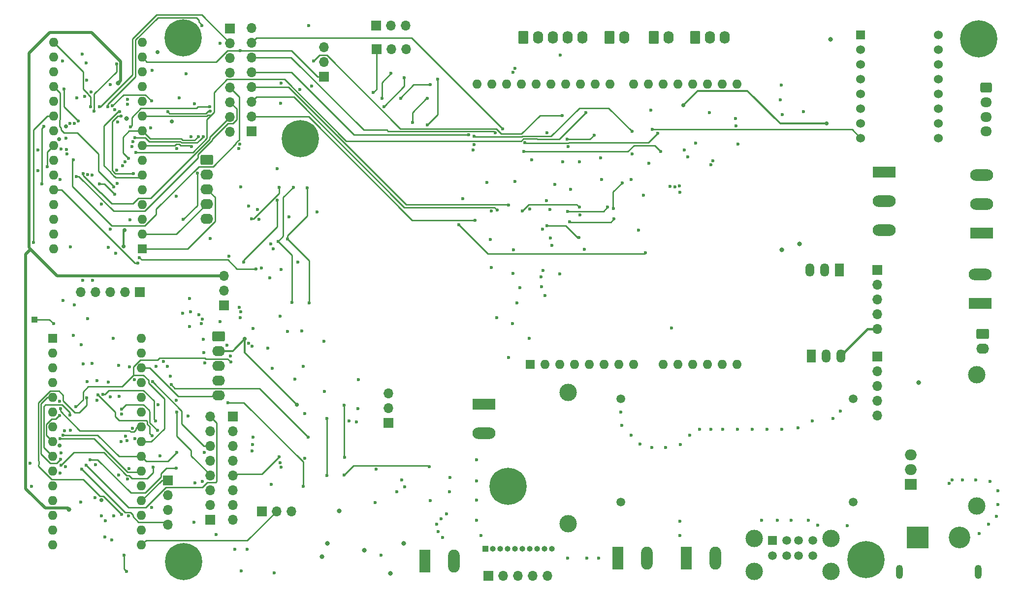
<source format=gbr>
%TF.GenerationSoftware,KiCad,Pcbnew,(6.0.0)*%
%TF.CreationDate,2022-05-16T13:53:17+01:00*%
%TF.ProjectId,RemoteLabs_supervisor_PCB,52656d6f-7465-44c6-9162-735f73757065,rev?*%
%TF.SameCoordinates,Original*%
%TF.FileFunction,Copper,L3,Inr*%
%TF.FilePolarity,Positive*%
%FSLAX46Y46*%
G04 Gerber Fmt 4.6, Leading zero omitted, Abs format (unit mm)*
G04 Created by KiCad (PCBNEW (6.0.0)) date 2022-05-16 13:53:17*
%MOMM*%
%LPD*%
G01*
G04 APERTURE LIST*
G04 Aperture macros list*
%AMRoundRect*
0 Rectangle with rounded corners*
0 $1 Rounding radius*
0 $2 $3 $4 $5 $6 $7 $8 $9 X,Y pos of 4 corners*
0 Add a 4 corners polygon primitive as box body*
4,1,4,$2,$3,$4,$5,$6,$7,$8,$9,$2,$3,0*
0 Add four circle primitives for the rounded corners*
1,1,$1+$1,$2,$3*
1,1,$1+$1,$4,$5*
1,1,$1+$1,$6,$7*
1,1,$1+$1,$8,$9*
0 Add four rect primitives between the rounded corners*
20,1,$1+$1,$2,$3,$4,$5,0*
20,1,$1+$1,$4,$5,$6,$7,0*
20,1,$1+$1,$6,$7,$8,$9,0*
20,1,$1+$1,$8,$9,$2,$3,0*%
G04 Aperture macros list end*
%TA.AperFunction,ComponentPad*%
%ADD10R,1.700000X1.700000*%
%TD*%
%TA.AperFunction,ComponentPad*%
%ADD11O,1.700000X1.700000*%
%TD*%
%TA.AperFunction,ComponentPad*%
%ADD12RoundRect,0.250000X-0.725000X0.600000X-0.725000X-0.600000X0.725000X-0.600000X0.725000X0.600000X0*%
%TD*%
%TA.AperFunction,ComponentPad*%
%ADD13O,1.950000X1.700000*%
%TD*%
%TA.AperFunction,ComponentPad*%
%ADD14C,3.000000*%
%TD*%
%TA.AperFunction,ComponentPad*%
%ADD15R,1.980000X3.960000*%
%TD*%
%TA.AperFunction,ComponentPad*%
%ADD16O,1.980000X3.960000*%
%TD*%
%TA.AperFunction,ComponentPad*%
%ADD17R,3.960000X1.980000*%
%TD*%
%TA.AperFunction,ComponentPad*%
%ADD18O,3.960000X1.980000*%
%TD*%
%TA.AperFunction,ComponentPad*%
%ADD19RoundRect,0.250000X-0.620000X-0.845000X0.620000X-0.845000X0.620000X0.845000X-0.620000X0.845000X0*%
%TD*%
%TA.AperFunction,ComponentPad*%
%ADD20O,1.740000X2.190000*%
%TD*%
%TA.AperFunction,ComponentPad*%
%ADD21R,1.500000X2.300000*%
%TD*%
%TA.AperFunction,ComponentPad*%
%ADD22O,1.500000X2.300000*%
%TD*%
%TA.AperFunction,ComponentPad*%
%ADD23R,1.000000X1.000000*%
%TD*%
%TA.AperFunction,ComponentPad*%
%ADD24O,1.000000X1.000000*%
%TD*%
%TA.AperFunction,ComponentPad*%
%ADD25RoundRect,0.250000X-0.845000X0.620000X-0.845000X-0.620000X0.845000X-0.620000X0.845000X0.620000X0*%
%TD*%
%TA.AperFunction,ComponentPad*%
%ADD26O,2.190000X1.740000*%
%TD*%
%TA.AperFunction,ComponentPad*%
%ADD27C,0.800000*%
%TD*%
%TA.AperFunction,ComponentPad*%
%ADD28C,6.400000*%
%TD*%
%TA.AperFunction,ComponentPad*%
%ADD29C,1.500000*%
%TD*%
%TA.AperFunction,ComponentPad*%
%ADD30R,1.600000X1.600000*%
%TD*%
%TA.AperFunction,ComponentPad*%
%ADD31O,1.600000X1.600000*%
%TD*%
%TA.AperFunction,ComponentPad*%
%ADD32C,3.716000*%
%TD*%
%TA.AperFunction,ComponentPad*%
%ADD33R,3.716000X3.716000*%
%TD*%
%TA.AperFunction,ComponentPad*%
%ADD34O,1.200000X2.400000*%
%TD*%
%TA.AperFunction,ComponentPad*%
%ADD35R,2.000000X1.905000*%
%TD*%
%TA.AperFunction,ComponentPad*%
%ADD36O,2.000000X1.905000*%
%TD*%
%TA.AperFunction,ComponentPad*%
%ADD37R,1.500000X1.500000*%
%TD*%
%TA.AperFunction,ComponentPad*%
%ADD38R,1.524000X1.524000*%
%TD*%
%TA.AperFunction,ComponentPad*%
%ADD39C,1.524000*%
%TD*%
%TA.AperFunction,ViaPad*%
%ADD40C,0.600000*%
%TD*%
%TA.AperFunction,ViaPad*%
%ADD41C,0.700000*%
%TD*%
%TA.AperFunction,ViaPad*%
%ADD42C,0.800000*%
%TD*%
%TA.AperFunction,Conductor*%
%ADD43C,0.300000*%
%TD*%
%TA.AperFunction,Conductor*%
%ADD44C,0.250000*%
%TD*%
%TA.AperFunction,Conductor*%
%ADD45C,0.400000*%
%TD*%
%TA.AperFunction,Conductor*%
%ADD46C,0.500000*%
%TD*%
G04 APERTURE END LIST*
D10*
%TO.N,SERVO_1*%
%TO.C,J20*%
X110439200Y-24942800D03*
D11*
%TO.N,5V_DC_SERVO*%
X112979200Y-24942800D03*
%TO.N,GNDD*%
X115519200Y-24942800D03*
%TD*%
D12*
%TO.N,Net-(A4-Pad14)*%
%TO.C,J19*%
X215392000Y-35690800D03*
D13*
%TO.N,Net-(A4-Pad13)*%
X215392000Y-38190800D03*
%TO.N,Net-(A4-Pad12)*%
X215392000Y-40690800D03*
%TO.N,Net-(A4-Pad11)*%
X215392000Y-43190800D03*
%TD*%
D14*
%TO.N,12V_DC_BUS*%
%TO.C,F2*%
X143510000Y-88138000D03*
%TO.N,/DC Motor Controller/HC*%
X143510000Y-110738000D03*
%TD*%
D15*
%TO.N,GNDPWR*%
%TO.C,J31*%
X152044400Y-116636800D03*
D16*
%TO.N,5V_DC_RPI*%
X157044400Y-116636800D03*
%TD*%
D17*
%TO.N,/DC Motor Controller/HC3*%
%TO.C,J17*%
X197805200Y-50178600D03*
D18*
%TO.N,/DC Motor Controller/HC2*%
X197805200Y-55178600D03*
%TO.N,/DC Motor Controller/HC1*%
X197805200Y-60178600D03*
%TD*%
D10*
%TO.N,/Supervisor MCU/MOSI*%
%TO.C,J15*%
X101498400Y-33782000D03*
D11*
%TO.N,/Supervisor MCU/SCK*%
X101498400Y-31242000D03*
%TO.N,/Supervisor MCU/LATCH*%
X101498400Y-28702000D03*
%TD*%
D19*
%TO.N,/Digital Sensor Buffers/D_IN_B*%
%TO.C,J24*%
X158242000Y-27025600D03*
D20*
%TO.N,GNDD*%
X160782000Y-27025600D03*
%TD*%
D21*
%TO.N,12V_DC_BUS*%
%TO.C,U18*%
X190144400Y-67056000D03*
D22*
%TO.N,GND_PB*%
X187604400Y-67056000D03*
%TO.N,5V_DC_SERVO*%
X185064400Y-67056000D03*
%TD*%
D10*
%TO.N,/Student MCU/SPARE_0*%
%TO.C,J9*%
X74625200Y-103286400D03*
D11*
%TO.N,/Student MCU/SPARE_1*%
X74625200Y-105826400D03*
%TO.N,/Student MCU/SPARE_2*%
X74625200Y-108366400D03*
%TO.N,/Student MCU/SPARE_3*%
X74625200Y-110906400D03*
%TD*%
D19*
%TO.N,/Digital Sensor Buffers/D_IN_A*%
%TO.C,J23*%
X150622000Y-26994800D03*
D20*
%TO.N,GNDD*%
X153162000Y-26994800D03*
%TD*%
D10*
%TO.N,/Output Logic/SUPERVISOR_MOTOR_EN*%
%TO.C,J14*%
X89001600Y-43180000D03*
D11*
%TO.N,/Output Logic/MCU_MOTOR_SELECT*%
X89001600Y-40640000D03*
%TO.N,/Output Logic/MCU_STEP_SELECT*%
X89001600Y-38100000D03*
%TO.N,/Output Logic/MCU_PIXEL_SELECT*%
X89001600Y-35560000D03*
%TO.N,/Output Logic/SUPERVISOR_DIRECTION*%
X89001600Y-33020000D03*
%TO.N,/Output Logic/SUPERVISOR_STEP_EN*%
X89001600Y-30480000D03*
%TO.N,/Output Logic/SUPERVISOR_STEP_RST*%
X89001600Y-27940000D03*
%TO.N,/Supervisor MCU/SHIFT_REG_7*%
X89001600Y-25400000D03*
%TD*%
D15*
%TO.N,GNDPWR*%
%TO.C,J30*%
X163830000Y-116636800D03*
D16*
%TO.N,12V_DC_BUS*%
X168830000Y-116636800D03*
%TD*%
D23*
%TO.N,GNDPWR*%
%TO.C,J32*%
X129250600Y-115062000D03*
D24*
X130520600Y-115062000D03*
X131790600Y-115062000D03*
X133060600Y-115062000D03*
X134330600Y-115062000D03*
X135600600Y-115062000D03*
X136870600Y-115062000D03*
X138140600Y-115062000D03*
X139410600Y-115062000D03*
X140680600Y-115062000D03*
%TD*%
D25*
%TO.N,GNDD*%
%TO.C,J26*%
X83362800Y-78486000D03*
D26*
%TO.N,3V3_DC_MCU*%
X83362800Y-81026000D03*
%TO.N,/Student MCU/PROG_TX*%
X83362800Y-83566000D03*
%TO.N,/Student MCU/PROG_RX*%
X83362800Y-86106000D03*
%TO.N,/Student MCU/MCU_RESET*%
X83362800Y-88646000D03*
%TD*%
D10*
%TO.N,5V_DC_RPI*%
%TO.C,J29*%
X84328000Y-73137000D03*
D11*
%TO.N,/Power Input & Distribution/5_to_3v3_reg*%
X84328000Y-70597000D03*
%TO.N,USB_BUS*%
X84328000Y-68057000D03*
%TD*%
D15*
%TO.N,Net-(J22-Pad1)*%
%TO.C,J22*%
X118872000Y-117195600D03*
D16*
%TO.N,Net-(J22-Pad2)*%
X123872000Y-117195600D03*
%TD*%
D27*
%TO.N,N/C*%
%TO.C,H5*%
X131449744Y-105989456D03*
X131449744Y-102595344D03*
X134843856Y-102595344D03*
X133146800Y-106692400D03*
D28*
X133146800Y-104292400D03*
D27*
X130746800Y-104292400D03*
X134843856Y-105989456D03*
X135546800Y-104292400D03*
X133146800Y-101892400D03*
%TD*%
D10*
%TO.N,SERVO_2*%
%TO.C,J21*%
X110540800Y-29057600D03*
D11*
%TO.N,5V_DC_SERVO*%
X113080800Y-29057600D03*
%TO.N,GNDD*%
X115620800Y-29057600D03*
%TD*%
D29*
%TO.N,GNDPWR*%
%TO.C,A5*%
X192506600Y-89204800D03*
%TO.N,12V_DC_BUS*%
X192506600Y-106984800D03*
%TO.N,GNDPWR*%
X152501600Y-89204800D03*
%TO.N,5V_DC_RPI*%
X152501600Y-106984800D03*
%TD*%
D19*
%TO.N,5V_DC_LED*%
%TO.C,J2*%
X165303200Y-27025600D03*
D20*
%TO.N,Net-(J2-Pad2)*%
X167843200Y-27025600D03*
%TO.N,GNDD*%
X170383200Y-27025600D03*
%TD*%
D14*
%TO.N,/Power Input & Distribution/12V_DC*%
%TO.C,F1*%
X213715600Y-107696000D03*
%TO.N,/Power Input & Distribution/12V*%
X213715600Y-85096000D03*
%TD*%
D10*
%TO.N,/Output Logic/STUDENT_MOTOR_EN*%
%TO.C,J10*%
X85852000Y-92303600D03*
D11*
%TO.N,/Student MCU/SHIFT_1*%
X85852000Y-94843600D03*
%TO.N,/Student MCU/SHIFT_2*%
X85852000Y-97383600D03*
%TO.N,/Student MCU/SHIFT_3*%
X85852000Y-99923600D03*
%TO.N,/Output Logic/STUDENT_DIRECTION*%
X85852000Y-102463600D03*
%TO.N,/Output Logic/STUDENT_STEP_EN*%
X85852000Y-105003600D03*
%TO.N,/Output Logic/STUDENT_STEP_RST*%
X85852000Y-107543600D03*
%TO.N,/Student MCU/SHIFT_7*%
X85852000Y-110083600D03*
%TD*%
D27*
%TO.N,N/C*%
%TO.C,H1*%
X78963856Y-25430144D03*
X79666800Y-27127200D03*
X78963856Y-28824256D03*
X74866800Y-27127200D03*
X77266800Y-24727200D03*
X77266800Y-29527200D03*
D28*
X77266800Y-27127200D03*
D27*
X75569744Y-25430144D03*
X75569744Y-28824256D03*
%TD*%
D17*
%TO.N,/DC Motor Controller/HC*%
%TO.C,J16*%
X128981200Y-90148200D03*
D18*
%TO.N,GNDPWR*%
X128981200Y-95148200D03*
%TD*%
D17*
%TO.N,/DC Motor Controller/HC1*%
%TO.C,J18*%
X214579200Y-60706000D03*
D18*
%TO.N,/DC Motor Controller/HC2*%
X214579200Y-55706000D03*
%TO.N,/DC Motor Controller/HC3*%
X214579200Y-50706000D03*
%TD*%
D10*
%TO.N,12V_DC_BUS*%
%TO.C,J33*%
X196646800Y-81991200D03*
D11*
X196646800Y-84531200D03*
X196646800Y-87071200D03*
X196646800Y-89611200D03*
X196646800Y-92151200D03*
%TD*%
D27*
%TO.N,N/C*%
%TO.C,H2*%
X79065456Y-115549344D03*
X79768400Y-117246400D03*
X77368400Y-119646400D03*
X77368400Y-114846400D03*
X79065456Y-118943456D03*
X75671344Y-115549344D03*
X74968400Y-117246400D03*
D28*
X77368400Y-117246400D03*
D27*
X75671344Y-118943456D03*
%TD*%
D30*
%TO.N,/Supervisor MCU/PROG_TX*%
%TO.C,A2*%
X70231000Y-63432923D03*
D31*
%TO.N,/Supervisor MCU/PROG_RX*%
X70231000Y-60892923D03*
%TO.N,/Supervisor MCU/MCU_RESET*%
X70231000Y-58352923D03*
%TO.N,GNDD*%
X70231000Y-55812923D03*
%TO.N,/Digital Sensor Buffers/D_OUT_E1*%
X70231000Y-53272923D03*
%TO.N,/Digital Sensor Buffers/D_OUT_C1*%
X70231000Y-50732923D03*
%TO.N,/Digital Sensor Buffers/D_OUT_D1*%
X70231000Y-48192923D03*
%TO.N,/Output Logic/SUPERVISOR_PIXEL_DATA*%
X70231000Y-45652923D03*
%TO.N,/Output Logic/SUPERVISOR_STEP*%
X70231000Y-43112923D03*
%TO.N,/Output Logic/MOTOR_DIR_B*%
X70231000Y-40572923D03*
%TO.N,/Supervisor MCU/LATCH*%
X70231000Y-38032923D03*
%TO.N,SERVO_1*%
X70231000Y-35492923D03*
%TO.N,/Output Logic/SUPERVISOR_MOTOR_PWM*%
X70231000Y-32952923D03*
%TO.N,/Supervisor MCU/MOSI*%
X70231000Y-30412923D03*
%TO.N,/Output Logic/MOTOR_DIR_A*%
X70231000Y-27872923D03*
%TO.N,/Supervisor MCU/SCK*%
X54991000Y-27872923D03*
%TO.N,3V3_DC_MCU*%
X54991000Y-30412923D03*
%TO.N,unconnected-(A2-Pad18)*%
X54991000Y-32952923D03*
%TO.N,/Supervisor MCU/STDNT_DC_M_DIR_2*%
X54991000Y-35492923D03*
%TO.N,/Supervisor MCU/STDNT_DC_M_DIR_1*%
X54991000Y-38032923D03*
%TO.N,/Supervisor MCU/STDNT_SRVO_RX_1*%
X54991000Y-40572923D03*
%TO.N,/Analog Sensor Buffers/A_OUT_C1*%
X54991000Y-43112923D03*
%TO.N,/Digital Sensor Buffers/D_OUT_A1*%
X54991000Y-45652923D03*
%TO.N,/Digital Sensor Buffers/D_OUT_F1*%
X54991000Y-48192923D03*
%TO.N,/Analog Sensor Buffers/A_OUT_B1*%
X54991000Y-50732923D03*
%TO.N,/Analog Sensor Buffers/A_OUT_A1*%
X54991000Y-53272923D03*
%TO.N,unconnected-(A2-Pad27)*%
X54991000Y-55812923D03*
%TO.N,/Supervisor MCU/MCU_RESET*%
X54991000Y-58352923D03*
%TO.N,GNDD*%
X54991000Y-60892923D03*
%TO.N,unconnected-(A2-Pad30)*%
X54991000Y-63432923D03*
%TD*%
D10*
%TO.N,3V3_DC_MCU*%
%TO.C,J36*%
X69850000Y-70866000D03*
D11*
X67310000Y-70866000D03*
X64770000Y-70866000D03*
X62230000Y-70866000D03*
X59690000Y-70866000D03*
%TD*%
D23*
%TO.N,Net-(J28-Pad1)*%
%TO.C,J28*%
X51714400Y-75590400D03*
%TD*%
D21*
%TO.N,12V_DC_BUS*%
%TO.C,U1*%
X185318400Y-81838800D03*
D22*
%TO.N,GND_PB*%
X187858400Y-81838800D03*
%TO.N,5V_DC_LED*%
X190398400Y-81838800D03*
%TD*%
D32*
%TO.N,GNDPWR*%
%TO.C,J3*%
X210820000Y-113080800D03*
D33*
%TO.N,/Power Input & Distribution/12V_DC*%
X203620000Y-113080800D03*
D34*
%TO.N,unconnected-(J3-PadS1)*%
X200470000Y-119080800D03*
%TO.N,unconnected-(J3-PadS2)*%
X213970000Y-119080800D03*
%TD*%
D25*
%TO.N,GNDD*%
%TO.C,J1*%
X81330800Y-48056800D03*
D26*
%TO.N,3V3_DC_MCU*%
X81330800Y-50596800D03*
%TO.N,/Supervisor MCU/PROG_TX*%
X81330800Y-53136800D03*
%TO.N,/Supervisor MCU/PROG_RX*%
X81330800Y-55676800D03*
%TO.N,/Supervisor MCU/MCU_RESET*%
X81330800Y-58216800D03*
%TD*%
D30*
%TO.N,/Student MCU/PROG_TX*%
%TO.C,A1*%
X54856000Y-78868500D03*
D31*
%TO.N,/Student MCU/PROG_RX*%
X54856000Y-81408500D03*
%TO.N,/Student MCU/MCU_RESET*%
X54856000Y-83948500D03*
%TO.N,GNDD*%
X54856000Y-86488500D03*
%TO.N,OE_B*%
X54856000Y-89028500D03*
%TO.N,OE_A*%
X54856000Y-91568500D03*
%TO.N,OE_IDX*%
X54856000Y-94108500D03*
%TO.N,/Output Logic/STUDENT_PIXEL_DATA*%
X54856000Y-96648500D03*
%TO.N,/Output Logic/STUDENT_STEP*%
X54856000Y-99188500D03*
%TO.N,/Student MCU/DC_MOTOR_DIR2*%
X54856000Y-101728500D03*
%TO.N,/Student MCU/LATCH*%
X54856000Y-104268500D03*
%TO.N,/Student MCU/SERVO_1*%
X54856000Y-106808500D03*
%TO.N,/Output Logic/STUDENT_MOTOR_PWM*%
X54856000Y-109348500D03*
%TO.N,/Student MCU/MOSI*%
X54856000Y-111888500D03*
%TO.N,/Student MCU/DC_MOTOR_DIR1*%
X54856000Y-114428500D03*
%TO.N,/Student MCU/SCK*%
X70096000Y-114428500D03*
%TO.N,3V3_DC_MCU*%
X70096000Y-111888500D03*
%TO.N,unconnected-(A1-Pad18)*%
X70096000Y-109348500D03*
%TO.N,/Student MCU/SPARE_0*%
X70096000Y-106808500D03*
%TO.N,/Student MCU/SPARE_1*%
X70096000Y-104268500D03*
%TO.N,/Student MCU/SPARE_2*%
X70096000Y-101728500D03*
%TO.N,/Analog Sensor Buffers/A_OUT_C2*%
X70096000Y-99188500D03*
%TO.N,LIMIT_1*%
X70096000Y-96648500D03*
%TO.N,STU_STP_FLT*%
X70096000Y-94108500D03*
%TO.N,/Analog Sensor Buffers/A_OUT_B2*%
X70096000Y-91568500D03*
%TO.N,/Analog Sensor Buffers/A_OUT_A2*%
X70096000Y-89028500D03*
%TO.N,unconnected-(A1-Pad27)*%
X70096000Y-86488500D03*
%TO.N,/Student MCU/MCU_RESET*%
X70096000Y-83948500D03*
%TO.N,GNDD*%
X70096000Y-81408500D03*
%TO.N,unconnected-(A1-Pad30)*%
X70096000Y-78868500D03*
%TD*%
D30*
%TO.N,unconnected-(A3-Pad1)*%
%TO.C,A3*%
X136956800Y-83309520D03*
D31*
%TO.N,unconnected-(A3-Pad2)*%
X139496800Y-83309520D03*
%TO.N,unconnected-(A3-Pad3)*%
X142036800Y-83309520D03*
%TO.N,unconnected-(A3-Pad4)*%
X144576800Y-83309520D03*
%TO.N,unconnected-(A3-Pad5)*%
X147116800Y-83309520D03*
%TO.N,GNDD*%
X149656800Y-83309520D03*
X152196800Y-83309520D03*
%TO.N,unconnected-(A3-Pad8)*%
X154736800Y-83309520D03*
%TO.N,M_I_SENSE_1*%
X159816800Y-83309520D03*
%TO.N,M_I_SENSE_2*%
X162356800Y-83309520D03*
%TO.N,unconnected-(A3-Pad11)*%
X164896800Y-83309520D03*
%TO.N,unconnected-(A3-Pad12)*%
X167436800Y-83309520D03*
%TO.N,unconnected-(A3-Pad13)*%
X169976800Y-83309520D03*
%TO.N,unconnected-(A3-Pad14)*%
X172516800Y-83309520D03*
%TO.N,unconnected-(A3-Pad15)*%
X172516800Y-35049520D03*
%TO.N,unconnected-(A3-Pad16)*%
X169976800Y-35049520D03*
%TO.N,unconnected-(A3-Pad17)*%
X167436800Y-35049520D03*
%TO.N,/DC Motor Controller/IN_1*%
X164896800Y-35049520D03*
%TO.N,unconnected-(A3-Pad19)*%
X162356800Y-35049520D03*
%TO.N,unconnected-(A3-Pad20)*%
X159816800Y-35049520D03*
%TO.N,unconnected-(A3-Pad21)*%
X157276800Y-35049520D03*
%TO.N,unconnected-(A3-Pad22)*%
X154736800Y-35049520D03*
%TO.N,unconnected-(A3-Pad23)*%
X150676800Y-35049520D03*
%TO.N,unconnected-(A3-Pad24)*%
X148136800Y-35049520D03*
%TO.N,unconnected-(A3-Pad25)*%
X145596800Y-35049520D03*
%TO.N,/DC Motor Controller/IN_2*%
X143056800Y-35049520D03*
%TO.N,/DC Motor Controller/ENABLE*%
X140516800Y-35049520D03*
X137976800Y-35049520D03*
%TO.N,GNDD*%
X135436800Y-35049520D03*
%TO.N,unconnected-(A3-Pad30)*%
X132896800Y-35049520D03*
%TO.N,unconnected-(A3-Pad31)*%
X130356800Y-35049520D03*
%TO.N,unconnected-(A3-Pad32)*%
X127816800Y-35049520D03*
%TD*%
D35*
%TO.N,/Power Input & Distribution/01*%
%TO.C,Q1*%
X202438000Y-103936800D03*
D36*
%TO.N,/Power Input & Distribution/12V*%
X202438000Y-101396800D03*
%TO.N,12V_DC_BUS*%
X202438000Y-98856800D03*
%TD*%
D19*
%TO.N,GNDD*%
%TO.C,J25*%
X135788400Y-27025600D03*
D20*
%TO.N,/Digital Sensor Buffers/D_IN_E*%
X138328400Y-27025600D03*
%TO.N,/Digital Sensor Buffers/D_IN_D*%
X140868400Y-27025600D03*
%TO.N,/Digital Sensor Buffers/D_IN_C*%
X143408400Y-27025600D03*
%TO.N,3V3_DC_MCU*%
X145948400Y-27025600D03*
%TD*%
D10*
%TO.N,Net-(J27-Pad1)*%
%TO.C,J27*%
X112572800Y-93355400D03*
D11*
%TO.N,A_BUFFER_OUT_A*%
X112572800Y-90815400D03*
%TO.N,A_BUFFER_OUT_B*%
X112572800Y-88275400D03*
%TD*%
D10*
%TO.N,/Student MCU/MOSI*%
%TO.C,J11*%
X90779600Y-108610400D03*
D11*
%TO.N,/Student MCU/SCK*%
X93319600Y-108610400D03*
%TO.N,/Student MCU/LATCH*%
X95859600Y-108610400D03*
%TD*%
D10*
%TO.N,Net-(J8-Pad1)*%
%TO.C,J8*%
X81889600Y-110032800D03*
D11*
%TO.N,Net-(J8-Pad2)*%
X81889600Y-107492800D03*
%TO.N,Net-(J8-Pad3)*%
X81889600Y-104952800D03*
%TO.N,Net-(J8-Pad4)*%
X81889600Y-102412800D03*
%TO.N,Net-(J8-Pad5)*%
X81889600Y-99872800D03*
%TO.N,Net-(J8-Pad6)*%
X81889600Y-97332800D03*
%TO.N,Net-(J8-Pad7)*%
X81889600Y-94792800D03*
%TO.N,/Student MCU/MODE_2*%
X81889600Y-92252800D03*
%TD*%
D27*
%TO.N,N/C*%
%TO.C,H6*%
X196362656Y-118638656D03*
X192968544Y-118638656D03*
X196362656Y-115244544D03*
D28*
X194665600Y-116941600D03*
D27*
X194665600Y-114541600D03*
X197065600Y-116941600D03*
X192265600Y-116941600D03*
X192968544Y-115244544D03*
X194665600Y-119341600D03*
%TD*%
%TO.N,N/C*%
%TO.C,H3*%
X215819056Y-28976656D03*
X216522000Y-27279600D03*
D28*
X214122000Y-27279600D03*
D27*
X215819056Y-25582544D03*
X212424944Y-25582544D03*
X214122000Y-29679600D03*
X212424944Y-28976656D03*
X214122000Y-24879600D03*
X211722000Y-27279600D03*
%TD*%
D10*
%TO.N,5V_DC_LED*%
%TO.C,J34*%
X196646800Y-67061000D03*
D11*
X196646800Y-69601000D03*
X196646800Y-72141000D03*
X196646800Y-74681000D03*
X196646800Y-77221000D03*
%TD*%
D10*
%TO.N,5V_DC_RPI*%
%TO.C,J35*%
X129748200Y-119735600D03*
D11*
X132288200Y-119735600D03*
X134828200Y-119735600D03*
X137368200Y-119735600D03*
X139908200Y-119735600D03*
%TD*%
D25*
%TO.N,GNDPWR*%
%TO.C,J4*%
X214731600Y-78079600D03*
D26*
%TO.N,12V_DC_BUS*%
X214731600Y-80619600D03*
%TD*%
D37*
%TO.N,5V_DC_RPI*%
%TO.C,J5*%
X178584000Y-113643600D03*
D29*
%TO.N,unconnected-(J5-Pad2)*%
X181084000Y-113643600D03*
%TO.N,unconnected-(J5-Pad3)*%
X183084000Y-113643600D03*
%TO.N,GNDPWR*%
X185584000Y-113643600D03*
%TO.N,5V_DC_RPI*%
X178584000Y-116263600D03*
%TO.N,unconnected-(J5-Pad6)*%
X181084000Y-116263600D03*
%TO.N,unconnected-(J5-Pad7)*%
X183084000Y-116263600D03*
%TO.N,GNDPWR*%
X185584000Y-116263600D03*
D14*
X188654000Y-118973600D03*
X188654000Y-113293600D03*
X175514000Y-118973600D03*
X175514000Y-113293600D03*
%TD*%
D17*
%TO.N,GNDPWR*%
%TO.C,J6*%
X214376000Y-72847200D03*
D18*
%TO.N,5V_DC_LED*%
X214376000Y-67847200D03*
%TD*%
D27*
%TO.N,N/C*%
%TO.C,H4*%
X99783600Y-44450000D03*
X97383600Y-42050000D03*
X99080656Y-42752944D03*
X97383600Y-46850000D03*
D28*
X97383600Y-44450000D03*
D27*
X99080656Y-46147056D03*
X95686544Y-42752944D03*
X95686544Y-46147056D03*
X94983600Y-44450000D03*
%TD*%
D10*
%TO.N,Net-(J12-Pad1)*%
%TO.C,J12*%
X85293200Y-25450800D03*
D11*
%TO.N,Net-(J12-Pad2)*%
X85293200Y-27990800D03*
%TO.N,Net-(J12-Pad3)*%
X85293200Y-30530800D03*
%TO.N,Net-(J12-Pad4)*%
X85293200Y-33070800D03*
%TO.N,Net-(J12-Pad5)*%
X85293200Y-35610800D03*
%TO.N,Net-(J12-Pad6)*%
X85293200Y-38150800D03*
%TO.N,SERVO_2*%
X85293200Y-40690800D03*
%TO.N,MODE_2*%
X85293200Y-43230800D03*
%TD*%
D38*
%TO.N,/Output Logic/STEP_EN_OUT*%
%TO.C,A4*%
X193802000Y-26568400D03*
D39*
%TO.N,MODE_0*%
X193802000Y-29108400D03*
%TO.N,MODE_1*%
X193802000Y-31648400D03*
%TO.N,MODE_2*%
X193802000Y-34188400D03*
%TO.N,/Output Logic/STEP_RST_OUT*%
X193802000Y-36728400D03*
%TO.N,3V3_DC_MCU*%
X193802000Y-39268400D03*
%TO.N,/Output Logic/STEPP_STEP_OUT*%
X193802000Y-41808400D03*
%TO.N,/Output Logic/DIRECTION_OUT*%
X193802000Y-44348400D03*
%TO.N,GNDPWR*%
X207137000Y-44348400D03*
%TO.N,STPPR_FAULT*%
X207137000Y-41808400D03*
%TO.N,Net-(A4-Pad11)*%
X207137000Y-39268400D03*
%TO.N,Net-(A4-Pad12)*%
X207137000Y-36728400D03*
%TO.N,Net-(A4-Pad13)*%
X207137000Y-34188400D03*
%TO.N,Net-(A4-Pad14)*%
X207137000Y-31648400D03*
%TO.N,GNDPWR*%
X207137000Y-29108400D03*
%TO.N,12V_DC_BUS*%
X207137000Y-26568400D03*
%TD*%
D40*
%TO.N,/Student MCU/PROG_TX*%
X68537670Y-94299700D03*
X78130400Y-92172199D03*
D41*
%TO.N,3V3_DC_MCU*%
X67056000Y-62992000D03*
X56054438Y-97268907D03*
X87884000Y-78943200D03*
X72898000Y-29565600D03*
X163322000Y-38658800D03*
X67157600Y-60198000D03*
D42*
X67564000Y-40944800D03*
D41*
X63195200Y-106699400D03*
D42*
X102108000Y-114096800D03*
X108407200Y-115316000D03*
D41*
X187909200Y-41859200D03*
X96824800Y-90220800D03*
X55903333Y-44579067D03*
X75285600Y-41503600D03*
X57099200Y-42367200D03*
D40*
%TO.N,/Student MCU/PROG_RX*%
X72927004Y-90273158D03*
%TO.N,/Student MCU/MCU_RESET*%
X71831200Y-107950000D03*
X86156800Y-115112800D03*
X88290400Y-115163600D03*
X79095600Y-110490000D03*
%TO.N,/Student MCU/SPARE_0*%
X66676365Y-109139547D03*
X60706000Y-89103200D03*
%TO.N,/Student MCU/SPARE_1*%
X62653751Y-88572730D03*
X71932800Y-95605600D03*
%TO.N,OE_B*%
X79959200Y-74777600D03*
X56184800Y-99618800D03*
X78536800Y-74218800D03*
X86918800Y-73507600D03*
%TO.N,/Student MCU/SPARE_2*%
X56095358Y-96114454D03*
%TO.N,OE_A*%
X80363041Y-76304159D03*
X78333600Y-76809600D03*
X57059524Y-100960600D03*
X60870111Y-75477089D03*
X97891600Y-83667600D03*
%TO.N,/Analog Sensor Buffers/A_OUT_C2*%
X76200000Y-98450400D03*
X80873600Y-98450400D03*
X82956400Y-112623600D03*
X110286800Y-107137200D03*
X56575631Y-95475282D03*
%TO.N,OE_IDX*%
X87121841Y-75285759D03*
X73843211Y-82823989D03*
X64373452Y-86380581D03*
X80721200Y-78994000D03*
X83616800Y-75946000D03*
%TO.N,LIMIT_1*%
X85478451Y-82923813D03*
X92608400Y-84023200D03*
X58841300Y-90626409D03*
%TO.N,/Output Logic/STUDENT_PIXEL_DATA*%
X74544814Y-83688814D03*
X72586080Y-83688814D03*
X142046590Y-67726190D03*
X80846134Y-81252534D03*
X146262989Y-63485100D03*
X88555927Y-79638456D03*
X56036644Y-92124221D03*
X84837934Y-80009808D03*
%TO.N,STU_STP_FLT*%
X77216000Y-74523600D03*
X87172800Y-74269600D03*
X80568800Y-75488800D03*
X56157557Y-90897752D03*
%TO.N,/Output Logic/STUDENT_STEP*%
X85381951Y-81878700D03*
X75102389Y-85363989D03*
X80975200Y-83058000D03*
X68884800Y-85953600D03*
X57797258Y-92067762D03*
X89132805Y-80192005D03*
%TO.N,/Analog Sensor Buffers/A_OUT_B2*%
X84988400Y-89916000D03*
X56872629Y-94732991D03*
X97891600Y-104343200D03*
%TO.N,/Student MCU/DC_MOTOR_DIR2*%
X59978800Y-68868800D03*
X58515489Y-73095089D03*
%TO.N,/Analog Sensor Buffers/A_OUT_A2*%
X62484000Y-89509600D03*
X75234800Y-86817200D03*
X98770100Y-95836367D03*
%TO.N,/Student MCU/LATCH*%
X89255600Y-95859600D03*
%TO.N,/Student MCU/SERVO_1*%
X51206400Y-104343200D03*
%TO.N,/Output Logic/STUDENT_MOTOR_PWM*%
X139741905Y-55138980D03*
%TO.N,/Student MCU/MOSI*%
X89204800Y-97129600D03*
%TO.N,/Student MCU/DC_MOTOR_DIR1*%
X61719567Y-68806500D03*
%TO.N,/Student MCU/SCK*%
X62155257Y-106242610D03*
X62164987Y-100625062D03*
X89103200Y-98196400D03*
%TO.N,/Supervisor MCU/PROG_TX*%
X56235600Y-46228000D03*
%TO.N,/Supervisor MCU/PROG_RX*%
X57173083Y-46317479D03*
%TO.N,/Supervisor MCU/MCU_RESET*%
X79705200Y-50393600D03*
X77283077Y-58352923D03*
X76568984Y-37437116D03*
X79197200Y-38455600D03*
%TO.N,/Supervisor MCU/STDNT_DC_M_DIR_2*%
X64359374Y-63176611D03*
X65313900Y-52745300D03*
%TO.N,/Supervisor MCU/STDNT_DC_M_DIR_1*%
X65684400Y-64211200D03*
X60835316Y-50652961D03*
X52984400Y-52273200D03*
X53315086Y-42353953D03*
%TO.N,/Digital Sensor Buffers/D_OUT_E1*%
X88560550Y-56067050D03*
X76123080Y-54331320D03*
X68681600Y-50444400D03*
X66598800Y-40589200D03*
%TO.N,/Supervisor MCU/STDNT_SRVO_RX_1*%
X51511200Y-62280800D03*
X60328267Y-37165730D03*
%TO.N,/Digital Sensor Buffers/D_OUT_C1*%
X66329898Y-39836275D03*
X94132400Y-66954400D03*
%TO.N,/Analog Sensor Buffers/A_OUT_C1*%
X61417200Y-36423600D03*
X71678800Y-42621200D03*
X107101300Y-93229069D03*
%TO.N,/Digital Sensor Buffers/D_OUT_D1*%
X90068400Y-56642000D03*
X68478400Y-45770800D03*
%TO.N,/Digital Sensor Buffers/D_OUT_A1*%
X53866489Y-49257511D03*
X66891040Y-49123821D03*
X68150266Y-58396666D03*
X89763600Y-66852800D03*
X69748400Y-64922400D03*
%TO.N,/Output Logic/SUPERVISOR_PIXEL_DATA*%
X78704101Y-45836501D03*
X141181264Y-52315936D03*
X86867647Y-46174455D03*
X145542000Y-57607200D03*
X137210800Y-48107600D03*
%TO.N,/Digital Sensor Buffers/D_OUT_F1*%
X67305022Y-48439845D03*
X56083200Y-51511200D03*
X90322400Y-58369200D03*
%TO.N,/Output Logic/SUPERVISOR_STEP*%
X127116500Y-46370611D03*
X86980500Y-45382957D03*
X67859011Y-47863389D03*
X79854154Y-44109300D03*
%TO.N,/Analog Sensor Buffers/A_OUT_B1*%
X80728763Y-44100731D03*
X68943255Y-44246830D03*
X105831590Y-93077285D03*
%TO.N,/Output Logic/MOTOR_DIR_B*%
X69102900Y-46786800D03*
X146507200Y-39928800D03*
%TO.N,/Analog Sensor Buffers/A_OUT_A1*%
X69507370Y-65845638D03*
X101549200Y-87985600D03*
X61628879Y-50750239D03*
%TO.N,/Supervisor MCU/LATCH*%
X97355641Y-35994359D03*
X67716400Y-38557200D03*
X99364800Y-35356800D03*
%TO.N,/Output Logic/SUPERVISOR_MOTOR_PWM*%
X64719200Y-35102800D03*
X56794400Y-35864800D03*
X145455819Y-48397500D03*
X59253429Y-41412023D03*
%TO.N,/Supervisor MCU/MOSI*%
X61925200Y-39674800D03*
X87071200Y-29260800D03*
X65798500Y-31543377D03*
%TO.N,/Output Logic/MOTOR_DIR_A*%
X142577070Y-48397500D03*
X67665600Y-37693600D03*
X71924678Y-32688525D03*
%TO.N,/Supervisor MCU/SCK*%
X61315121Y-38917615D03*
%TO.N,/DC Motor Controller/IN_1*%
X143510000Y-45821600D03*
%TO.N,M_I_SENSE_1*%
X123088400Y-105257600D03*
%TO.N,M_I_SENSE_2*%
X123190000Y-102768400D03*
X136804400Y-78841600D03*
X133223000Y-82118200D03*
%TO.N,/Output Logic/STEP_EN_OUT*%
X163437064Y-46422854D03*
%TO.N,MODE_0*%
X81889600Y-39725600D03*
X180136800Y-35255200D03*
X172262800Y-40944800D03*
X74602516Y-39828854D03*
X65521340Y-39494193D03*
%TO.N,MODE_1*%
X179933600Y-37795200D03*
X71831200Y-37947600D03*
X65118288Y-38803719D03*
X172339532Y-42250700D03*
%TO.N,MODE_2*%
X80518000Y-24942800D03*
X83642200Y-28067000D03*
X180340000Y-40335200D03*
X172720000Y-45415200D03*
X183946800Y-39776400D03*
X165445811Y-45253011D03*
X64322048Y-38927700D03*
%TO.N,/Output Logic/STEP_RST_OUT*%
X168351200Y-48260000D03*
%TO.N,/Output Logic/STEPP_STEP_OUT*%
X162661625Y-53690557D03*
%TO.N,/Output Logic/DIRECTION_OUT*%
X157937200Y-42875200D03*
%TO.N,STPPR_FAULT*%
X93472000Y-49631600D03*
X167992323Y-48974431D03*
X164010359Y-47627559D03*
%TO.N,GNDPWR*%
X217169750Y-109473750D03*
X154330400Y-95504000D03*
X148691600Y-116636800D03*
X177665279Y-94521121D03*
X185451689Y-93084711D03*
X172585279Y-94521121D03*
X175125279Y-94521121D03*
X127747289Y-103341911D03*
X191465200Y-111048800D03*
X189064900Y-92646500D03*
X160223200Y-97586800D03*
X183040121Y-94241721D03*
X162788600Y-97155000D03*
X155829000Y-97002600D03*
X157886400Y-97586800D03*
X162712400Y-110337600D03*
X211277200Y-103225600D03*
X217415111Y-105063289D03*
X215823550Y-110819950D03*
X152679400Y-93853000D03*
X184759600Y-110185200D03*
X127747289Y-99735111D03*
X127747289Y-106643911D03*
X217415111Y-107450889D03*
X128473200Y-112776000D03*
X181864000Y-110185200D03*
X209518000Y-103225600D03*
X179476400Y-110185200D03*
X143357600Y-116636800D03*
X186397200Y-111036800D03*
X168013279Y-94521121D03*
X162712400Y-112776000D03*
X190334900Y-91376500D03*
X213563200Y-103225600D03*
X208975200Y-103768400D03*
X166082879Y-94521121D03*
X216077800Y-103505000D03*
X176784000Y-110185200D03*
X152501600Y-91490800D03*
D42*
X188569600Y-27381200D03*
D40*
X214197950Y-112445550D03*
D42*
X203758800Y-86410800D03*
D40*
X127747289Y-110149111D03*
X146659600Y-116636800D03*
X164414200Y-95529400D03*
X180205279Y-94521121D03*
X170045279Y-94521121D03*
%TO.N,Net-(C3-Pad1)*%
X67106800Y-116179600D03*
X67513200Y-118922800D03*
%TO.N,Net-(C11-Pad2)*%
X56312340Y-100676135D03*
X56018629Y-89648751D03*
X72085200Y-101041200D03*
%TO.N,/Supervisor MCU/HSE_IN*%
X65532000Y-54051200D03*
X62890400Y-52222400D03*
D42*
%TO.N,USB_BUS*%
X66090800Y-34899600D03*
X57658000Y-108254800D03*
D40*
%TO.N,/Student MCU/USB_P*%
X67614800Y-96469200D03*
X63855600Y-110236000D03*
X63794692Y-113055281D03*
%TO.N,/Student MCU/USB_N*%
X63246000Y-109372400D03*
X66598800Y-96621600D03*
%TO.N,/Supervisor MCU/USB_P*%
X60581624Y-31376042D03*
X60684119Y-34369719D03*
%TO.N,Net-(J2-Pad2)*%
X133987810Y-33042590D03*
%TO.N,Net-(J8-Pad1)*%
X79298800Y-103682800D03*
X57840739Y-94655743D03*
%TO.N,Net-(J8-Pad2)*%
X61246875Y-99711803D03*
X76098400Y-101193600D03*
X80577689Y-103470711D03*
%TO.N,Net-(J8-Pad3)*%
X67667142Y-103035587D03*
%TO.N,Net-(J8-Pad4)*%
X76200000Y-91490800D03*
%TO.N,Net-(J8-Pad5)*%
X66649600Y-90982800D03*
X72823866Y-94667866D03*
%TO.N,Net-(J8-Pad6)*%
X71983600Y-86258400D03*
X64707085Y-88880893D03*
X66294000Y-88798400D03*
%TO.N,Net-(J8-Pad7)*%
X63485701Y-88510523D03*
X72485777Y-93040200D03*
%TO.N,/Student MCU/MODE_2*%
X60553600Y-100634800D03*
%TO.N,/Student MCU/SPARE_3*%
X59844415Y-101345366D03*
%TO.N,/Output Logic/STUDENT_MOTOR_EN*%
X130098800Y-61772800D03*
X107391200Y-85953600D03*
%TO.N,/Output Logic/STUDENT_DIRECTION*%
X93789148Y-99224748D03*
X130251200Y-66598800D03*
%TO.N,/Output Logic/STUDENT_STEP_EN*%
X133908800Y-76301600D03*
X93965489Y-100208514D03*
%TO.N,/Output Logic/STUDENT_STEP_RST*%
X94132400Y-100990400D03*
X135193700Y-70104000D03*
%TO.N,Net-(J12-Pad1)*%
X68646231Y-44989111D03*
X78605153Y-44094401D03*
%TO.N,Net-(J12-Pad2)*%
X62890400Y-38963600D03*
%TO.N,Net-(J12-Pad3)*%
X57759600Y-41808400D03*
%TO.N,Net-(J12-Pad4)*%
X68224400Y-42418000D03*
X81838800Y-38912800D03*
X57320862Y-47103205D03*
%TO.N,Net-(J12-Pad5)*%
X58414822Y-48075128D03*
%TO.N,Net-(J12-Pad6)*%
X58928000Y-51003200D03*
%TO.N,SERVO_2*%
X109971746Y-36535454D03*
X60050191Y-50502019D03*
%TO.N,/Output Logic/SUPERVISOR_MOTOR_EN*%
X99669600Y-31089600D03*
X142494000Y-40436800D03*
%TO.N,/Output Logic/MCU_MOTOR_SELECT*%
X140411200Y-61518800D03*
X127489380Y-58467125D03*
X139085980Y-60060500D03*
X140309600Y-56642000D03*
%TO.N,/Output Logic/MCU_STEP_SELECT*%
X134010400Y-67665600D03*
X94076540Y-34866874D03*
X134670800Y-72745600D03*
X131269539Y-56760839D03*
%TO.N,/Output Logic/MCU_PIXEL_SELECT*%
X133248400Y-55880000D03*
X139852400Y-59436000D03*
X145338800Y-61468000D03*
%TO.N,/Output Logic/SUPERVISOR_DIRECTION*%
X126364640Y-43796811D03*
%TO.N,/Output Logic/SUPERVISOR_STEP_EN*%
X130944497Y-43451052D03*
%TO.N,/Output Logic/SUPERVISOR_STEP_RST*%
X132225450Y-42722800D03*
%TO.N,/Digital Sensor Buffers/D_IN_A*%
X142138400Y-30073600D03*
X114655600Y-37548410D03*
X119744280Y-35162280D03*
%TO.N,/Digital Sensor Buffers/D_IN_B*%
X119276117Y-37548410D03*
X134356325Y-32333083D03*
X116738400Y-41656000D03*
%TO.N,/Digital Sensor Buffers/D_IN_E*%
X111455200Y-37548410D03*
X113030000Y-33223200D03*
%TO.N,/Digital Sensor Buffers/D_IN_D*%
X111810800Y-38912800D03*
X115316000Y-33934400D03*
%TO.N,/Digital Sensor Buffers/D_IN_C*%
X119227600Y-42062400D03*
X121005600Y-34239200D03*
%TO.N,Net-(J28-Pad1)*%
X54965600Y-76301600D03*
%TO.N,A_BUFFER_IN*%
X114046000Y-105257600D03*
%TO.N,Net-(C14-Pad1)*%
X60045600Y-83261200D03*
X59740800Y-79959200D03*
%TO.N,/Output Logic/PIXEL_DATA_OUT*%
X156768800Y-64109600D03*
X124714000Y-59283600D03*
%TO.N,/Student MCU/SERVO_2*%
X50966618Y-100347004D03*
X56134000Y-102006400D03*
%TO.N,/Supervisor MCU/STDNT_SRVO_RX_2*%
X57919476Y-63039767D03*
X65938400Y-52120800D03*
%TO.N,LIMIT_2*%
X96520000Y-85852000D03*
X66136607Y-102388229D03*
%TO.N,/Digital Sensor Buffers/D_OUT_B1*%
X58559103Y-41808400D03*
X92760800Y-63449200D03*
%TO.N,Net-(U8-Pad2)*%
X149250400Y-51460400D03*
X130251200Y-56896000D03*
%TO.N,Net-(U12-Pad13)*%
X135585200Y-56896000D03*
X145389600Y-56235600D03*
%TO.N,Net-(U14-Pad3)*%
X147929600Y-43840400D03*
X152760020Y-52034100D03*
X143306800Y-44551600D03*
X151282400Y-56438800D03*
%TO.N,Net-(U11-Pad3)*%
X127304800Y-44043600D03*
X154477084Y-43197147D03*
%TO.N,Net-(U10-Pad3)*%
X154340189Y-51450611D03*
X139141200Y-67106800D03*
%TO.N,Net-(U10-Pad4)*%
X161038385Y-52677215D03*
X138836400Y-68224400D03*
%TO.N,Net-(U10-Pad10)*%
X162617692Y-52591011D03*
X139496800Y-71424800D03*
%TO.N,Net-(U10-Pad11)*%
X138938000Y-69951600D03*
X161834440Y-52751386D03*
%TO.N,Net-(U11-Pad4)*%
X154482800Y-47091600D03*
X127304800Y-45466000D03*
%TO.N,Net-(U11-Pad10)*%
X135839200Y-46685200D03*
X159410400Y-46634400D03*
%TO.N,Net-(U11-Pad11)*%
X158902400Y-43499700D03*
X135991600Y-45161200D03*
%TO.N,Net-(U12-Pad3)*%
X143372501Y-56982699D03*
X150291800Y-56261000D03*
%TO.N,Net-(U12-Pad4)*%
X143713200Y-58724800D03*
X151348120Y-58282520D03*
%TO.N,/Analog Sensor Buffers/DB1*%
X119786400Y-106781600D03*
X104952800Y-90322400D03*
X105003600Y-99314000D03*
%TO.N,/Analog Sensor Buffers/DB2*%
X104952800Y-102362000D03*
X101955600Y-102412800D03*
X102006400Y-92659200D03*
X119583200Y-100888800D03*
%TO.N,/Analog Sensor Buffers/A_IN_C*%
X114858800Y-103174800D03*
X111302800Y-116128800D03*
%TO.N,Net-(U20-Pad2)*%
X91795600Y-80518000D03*
X93451826Y-55056152D03*
X87680800Y-65684400D03*
%TO.N,Net-(U20-Pad4)*%
X90728800Y-66751200D03*
X95453200Y-57912000D03*
X95199200Y-77622400D03*
X92354400Y-62585600D03*
%TO.N,Net-(U20-Pad6)*%
X92151200Y-68427600D03*
X97637600Y-77578811D03*
%TO.N,Net-(U20-Pad8)*%
X98958400Y-72694800D03*
X98602800Y-52933600D03*
X95199200Y-61722000D03*
%TO.N,Net-(U20-Pad10)*%
X93573600Y-62128400D03*
X96215200Y-52832000D03*
X95961200Y-72644000D03*
%TO.N,Net-(U20-Pad12)*%
X89073399Y-58220385D03*
X93776800Y-52832000D03*
X93934484Y-74985179D03*
%TO.N,Net-(C2A1-Pad2)*%
X66690191Y-91893805D03*
X68935600Y-96062800D03*
%TO.N,Net-(C15-Pad1)*%
X60784902Y-86268619D03*
X62484000Y-86120900D03*
%TO.N,GNDD*%
X115366800Y-104394000D03*
X65328800Y-109372400D03*
X56540400Y-31089600D03*
X58944159Y-37433383D03*
X64719200Y-60045600D03*
X121615200Y-109880400D03*
X78384400Y-71983600D03*
X121869200Y-113131600D03*
X139852400Y-43434000D03*
X98145600Y-91744800D03*
X58420000Y-78333600D03*
D42*
X112877600Y-119329200D03*
D40*
X134315200Y-51816000D03*
X67374876Y-95659061D03*
X81889600Y-61671200D03*
X87172800Y-52730400D03*
X167741600Y-39928800D03*
X110439200Y-101346000D03*
X64973200Y-113538000D03*
X157327600Y-48666400D03*
X125323600Y-54813200D03*
D42*
X101142800Y-116433600D03*
D40*
X121158000Y-112115600D03*
X92913200Y-119227600D03*
X61620400Y-83159600D03*
X76047600Y-89458800D03*
X52273200Y-49936400D03*
X57099200Y-44348400D03*
X56642000Y-72339200D03*
X134061200Y-63601600D03*
X149098000Y-47752000D03*
X76203400Y-46129800D03*
X131216400Y-75285600D03*
X73304400Y-99060000D03*
X161290000Y-77012800D03*
X59944000Y-29921200D03*
X98856800Y-24942800D03*
X143916400Y-53136800D03*
X77742800Y-33306000D03*
X52273200Y-46380400D03*
X67868800Y-109423200D03*
X98196400Y-99517200D03*
X65862118Y-49861255D03*
X65227200Y-78790800D03*
X63173000Y-55699000D03*
X92456000Y-103936800D03*
X101498400Y-79349600D03*
X89306400Y-77114400D03*
X120853200Y-110794800D03*
X136855200Y-56591200D03*
X140665200Y-62839600D03*
X107340400Y-90932000D03*
X156413200Y-54152800D03*
X67919600Y-101244400D03*
X66192400Y-83464400D03*
X87274400Y-118872000D03*
D42*
X104140000Y-108508800D03*
X115163600Y-114096800D03*
D40*
X65999543Y-41590724D03*
X97028000Y-65684400D03*
X68072000Y-83769200D03*
X59698564Y-107027036D03*
X85140800Y-64668400D03*
X94030800Y-38354000D03*
X122580400Y-109016800D03*
X100330000Y-57099200D03*
X56281761Y-98567908D03*
X155570586Y-60218986D03*
X157734000Y-39522400D03*
X129540000Y-51968400D03*
D42*
%TO.N,GND_PB*%
X183235600Y-62585600D03*
X180238400Y-63601600D03*
%TD*%
D43*
%TO.N,3V3_DC_MCU*%
X67056000Y-60299600D02*
X67157600Y-60198000D01*
X163322000Y-38658800D02*
X165760400Y-36220400D01*
X87884000Y-78943200D02*
X85801200Y-81026000D01*
X85801200Y-81026000D02*
X83362800Y-81026000D01*
X87884000Y-78943200D02*
X87884000Y-81280000D01*
X174294800Y-36220400D02*
X179933600Y-41859200D01*
X179933600Y-41859200D02*
X187909200Y-41859200D01*
X165760400Y-36220400D02*
X174294800Y-36220400D01*
X87884000Y-81280000D02*
X96824800Y-90220800D01*
X67056000Y-62992000D02*
X67056000Y-60299600D01*
D44*
%TO.N,/Student MCU/MCU_RESET*%
X70096000Y-83948500D02*
X71482921Y-83948500D01*
X71482921Y-83948500D02*
X76383621Y-88849200D01*
X76383621Y-88849200D02*
X83159600Y-88849200D01*
X83159600Y-88849200D02*
X83362800Y-88646000D01*
%TO.N,/Student MCU/SPARE_0*%
X62997299Y-106024899D02*
X63561717Y-106024899D01*
X52424021Y-100517237D02*
X52374800Y-100566458D01*
X73618100Y-103286400D02*
X74625200Y-103286400D01*
X70096000Y-106808500D02*
X73618100Y-103286400D01*
X60116389Y-103143989D02*
X62997299Y-106024899D01*
X52374800Y-99950660D02*
X52424021Y-99999881D01*
X52374800Y-100837600D02*
X54681189Y-103143989D01*
X52374800Y-100566458D02*
X52374800Y-100837600D01*
X54681189Y-103143989D02*
X60116389Y-103143989D01*
X59436000Y-91592400D02*
X58623200Y-91592400D01*
X52374800Y-89919400D02*
X52374800Y-99950660D01*
X55899989Y-87903989D02*
X54390211Y-87903989D01*
X60706000Y-90322400D02*
X59436000Y-91592400D01*
X56642000Y-88646000D02*
X55899989Y-87903989D01*
X58623200Y-91592400D02*
X56642000Y-89611200D01*
X54390211Y-87903989D02*
X52374800Y-89919400D01*
X63561717Y-106024899D02*
X66676365Y-109139547D01*
X52424021Y-99999881D02*
X52424021Y-100517237D01*
X60706000Y-89103200D02*
X60706000Y-90322400D01*
X56642000Y-89611200D02*
X56642000Y-88646000D01*
%TO.N,/Student MCU/SPARE_1*%
X71551800Y-95224600D02*
X71551800Y-94031504D01*
X71932800Y-95605600D02*
X71551800Y-95224600D01*
X65582800Y-91501779D02*
X62653751Y-88572730D01*
X65582800Y-92303600D02*
X65582800Y-91501779D01*
X70885989Y-92983989D02*
X66263189Y-92983989D01*
X71551800Y-94031504D02*
X71076889Y-93556593D01*
X66263189Y-92983989D02*
X65582800Y-92303600D01*
X71076889Y-93556593D02*
X71076889Y-93174889D01*
X71076889Y-93174889D02*
X70885989Y-92983989D01*
%TO.N,OE_B*%
X54856000Y-89028500D02*
X53901404Y-89028500D01*
X52824311Y-98747111D02*
X54390211Y-100313011D01*
X52824311Y-90105593D02*
X52824311Y-98747111D01*
X54390211Y-100313011D02*
X55490589Y-100313011D01*
X53901404Y-89028500D02*
X52824311Y-90105593D01*
X55490589Y-100313011D02*
X56184800Y-99618800D01*
%TO.N,/Student MCU/SPARE_2*%
X67660922Y-101868901D02*
X69955599Y-101868901D01*
X69955599Y-101868901D02*
X70096000Y-101728500D01*
X56095358Y-96114454D02*
X61906475Y-96114454D01*
X61906475Y-96114454D02*
X67660922Y-101868901D01*
%TO.N,/Analog Sensor Buffers/A_OUT_C2*%
X62556882Y-95475282D02*
X66270100Y-99188500D01*
X70096000Y-99188500D02*
X70895999Y-99988499D01*
X74661901Y-99988499D02*
X76200000Y-98450400D01*
X66270100Y-99188500D02*
X70096000Y-99188500D01*
X70895999Y-99988499D02*
X74661901Y-99988499D01*
X56575631Y-95475282D02*
X62556882Y-95475282D01*
%TO.N,LIMIT_1*%
X84901438Y-82346800D02*
X85478451Y-82923813D01*
X68732400Y-85140800D02*
X68732400Y-83721800D01*
X68732400Y-83721800D02*
X69921189Y-82533011D01*
X66743511Y-87129689D02*
X68732400Y-85140800D01*
X71359099Y-86567878D02*
X74015600Y-89224379D01*
X69921189Y-82533011D02*
X72895410Y-82533011D01*
X72895410Y-82533011D02*
X73228933Y-82199488D01*
X68732400Y-85140800D02*
X70440021Y-85140800D01*
X74015600Y-94405979D02*
X71773079Y-96648500D01*
X60952311Y-87129689D02*
X66743511Y-87129689D01*
X58841300Y-90626409D02*
X60045600Y-89422109D01*
X74015600Y-89224379D02*
X74015600Y-94405979D01*
X60045600Y-89422109D02*
X60045600Y-88036400D01*
X60045600Y-88036400D02*
X60952311Y-87129689D01*
X80999867Y-82199488D02*
X81147179Y-82346800D01*
X81147179Y-82346800D02*
X84901438Y-82346800D01*
X70440021Y-85140800D02*
X71359099Y-86059878D01*
X73228933Y-82199488D02*
X80999867Y-82199488D01*
X71773079Y-96648500D02*
X70096000Y-96648500D01*
X71359099Y-86059878D02*
X71359099Y-86567878D01*
%TO.N,/Output Logic/STUDENT_PIXEL_DATA*%
X53731489Y-95523989D02*
X53731489Y-93642711D01*
X55890579Y-92124221D02*
X56036644Y-92124221D01*
X54856000Y-96648500D02*
X53731489Y-95523989D01*
X54681189Y-92693011D02*
X55321789Y-92693011D01*
X53731489Y-93642711D02*
X54681189Y-92693011D01*
X55321789Y-92693011D02*
X55890579Y-92124221D01*
%TO.N,STU_STP_FLT*%
X69354256Y-94108500D02*
X69162171Y-94300585D01*
X69162171Y-94300585D02*
X69162171Y-94558378D01*
X59500070Y-94704470D02*
X56157557Y-91361957D01*
X56157557Y-91361957D02*
X56157557Y-90897752D01*
X68278992Y-94924201D02*
X68059261Y-94704470D01*
X69162171Y-94558378D02*
X68796348Y-94924201D01*
X68059261Y-94704470D02*
X59500070Y-94704470D01*
X68796348Y-94924201D02*
X68278992Y-94924201D01*
X70096000Y-94108500D02*
X69354256Y-94108500D01*
%TO.N,/Output Logic/STUDENT_STEP*%
X56416235Y-90271310D02*
X57797258Y-91652333D01*
X54856000Y-99188500D02*
X53273822Y-97606322D01*
X53592348Y-90273252D02*
X56277307Y-90273252D01*
X57797258Y-91652333D02*
X57797258Y-92067762D01*
X56277307Y-90273252D02*
X56279249Y-90271310D01*
X53273822Y-97606322D02*
X53273822Y-90591778D01*
X53273822Y-90591778D02*
X53592348Y-90273252D01*
X56279249Y-90271310D02*
X56416235Y-90271310D01*
%TO.N,/Analog Sensor Buffers/A_OUT_B2*%
X97891600Y-100095579D02*
X87712021Y-89916000D01*
X87712021Y-89916000D02*
X84988400Y-89916000D01*
X97891600Y-104343200D02*
X97891600Y-100095579D01*
%TO.N,/Analog Sensor Buffers/A_OUT_A2*%
X75844400Y-87426800D02*
X75234800Y-86817200D01*
X90360533Y-87426800D02*
X75844400Y-87426800D01*
X98770100Y-95836367D02*
X90360533Y-87426800D01*
%TO.N,/Student MCU/SCK*%
X70895999Y-113628501D02*
X88301499Y-113628501D01*
X70096000Y-114428500D02*
X70895999Y-113628501D01*
X88301499Y-113628501D02*
X93319600Y-108610400D01*
%TO.N,/Supervisor MCU/PROG_TX*%
X78028983Y-63432923D02*
X82750320Y-58711586D01*
X82750320Y-54556320D02*
X81330800Y-53136800D01*
X70231000Y-63432923D02*
X78028983Y-63432923D01*
X82750320Y-58711586D02*
X82750320Y-54556320D01*
%TO.N,/Supervisor MCU/PROG_RX*%
X70231000Y-60892923D02*
X76114677Y-60892923D01*
X76114677Y-60892923D02*
X81330800Y-55676800D01*
%TO.N,/Supervisor MCU/MCU_RESET*%
X77283077Y-58352923D02*
X79705200Y-55930800D01*
X79705200Y-55930800D02*
X79705200Y-50393600D01*
%TO.N,/Supervisor MCU/STDNT_DC_M_DIR_2*%
X56235600Y-42570400D02*
X55981600Y-42316400D01*
X62747790Y-50079010D02*
X65313900Y-52645120D01*
X62747790Y-47101390D02*
X59105800Y-43459400D01*
X56235600Y-42570400D02*
X56235600Y-42926000D01*
X56235600Y-42926000D02*
X56769000Y-43459400D01*
X55981600Y-41249600D02*
X56115511Y-41115689D01*
X55981600Y-42316400D02*
X55981600Y-41249600D01*
X56115511Y-36617434D02*
X56115511Y-41115689D01*
X54991000Y-35492923D02*
X56115511Y-36617434D01*
X65313900Y-52645120D02*
X65313900Y-52745300D01*
X59105800Y-43459400D02*
X56769000Y-43459400D01*
X62747790Y-50079010D02*
X62747790Y-47101390D01*
%TO.N,/Supervisor MCU/STDNT_DC_M_DIR_1*%
X52984400Y-42684639D02*
X53315086Y-42353953D01*
X52984400Y-52273200D02*
X52984400Y-42684639D01*
%TO.N,/Digital Sensor Buffers/D_OUT_E1*%
X65106615Y-41484615D02*
X66002030Y-40589200D01*
X65237617Y-50119933D02*
X65237617Y-50052386D01*
X66002030Y-40589200D02*
X66598800Y-40589200D01*
X65106615Y-49921384D02*
X65106615Y-41484615D01*
X68681600Y-50444400D02*
X68676562Y-50449438D01*
X65603440Y-50485756D02*
X65237617Y-50119933D01*
X65237617Y-50052386D02*
X65106615Y-49921384D01*
X66120796Y-50485756D02*
X65603440Y-50485756D01*
X66157114Y-50449438D02*
X66120796Y-50485756D01*
X68676562Y-50449438D02*
X66157114Y-50449438D01*
%TO.N,/Supervisor MCU/STDNT_SRVO_RX_1*%
X54991000Y-40572923D02*
X53859630Y-40572923D01*
X53859630Y-40572923D02*
X51511200Y-42921353D01*
X51511200Y-42921353D02*
X51511200Y-62280800D01*
%TO.N,/Digital Sensor Buffers/D_OUT_C1*%
X64788107Y-50238580D02*
X63660089Y-49110562D01*
X65417246Y-50935266D02*
X64788106Y-50306126D01*
X63660089Y-49110562D02*
X63660089Y-42238623D01*
X63660089Y-42238623D02*
X66062437Y-39836275D01*
X65669228Y-51119701D02*
X65484794Y-50935267D01*
X69844222Y-51119701D02*
X65669228Y-51119701D01*
X66062437Y-39836275D02*
X66329898Y-39836275D01*
X65484794Y-50935267D02*
X65417246Y-50935266D01*
X64788106Y-50306126D02*
X64788107Y-50238580D01*
%TO.N,/Digital Sensor Buffers/D_OUT_A1*%
X69748400Y-64922400D02*
X70118901Y-65292901D01*
X54991000Y-45652923D02*
X53866489Y-46777434D01*
X53866489Y-46777434D02*
X53866489Y-49257511D01*
X84932922Y-65292901D02*
X86492821Y-66852800D01*
X86492821Y-66852800D02*
X89763600Y-66852800D01*
X70118901Y-65292901D02*
X84932922Y-65292901D01*
%TO.N,/Output Logic/SUPERVISOR_PIXEL_DATA*%
X76589078Y-45378299D02*
X76863702Y-45652923D01*
X76863702Y-45652923D02*
X78520523Y-45652923D01*
X75797098Y-45652923D02*
X76071722Y-45378299D01*
X76071722Y-45378299D02*
X76589078Y-45378299D01*
X78520523Y-45652923D02*
X78704101Y-45836501D01*
X70231000Y-45652923D02*
X75797098Y-45652923D01*
%TO.N,/Output Logic/SUPERVISOR_STEP*%
X79244553Y-44718901D02*
X79854154Y-44109300D01*
X70231000Y-43112923D02*
X67986677Y-43112923D01*
X66903600Y-46907978D02*
X67859011Y-47863389D01*
X66903600Y-44196000D02*
X66903600Y-46907978D01*
X67986677Y-43112923D02*
X66903600Y-44196000D01*
X71597356Y-44479279D02*
X76961466Y-44479279D01*
X77201088Y-44718901D02*
X79244553Y-44718901D01*
X70231000Y-43112923D02*
X71597356Y-44479279D01*
X76961466Y-44479279D02*
X77201088Y-44718901D01*
%TO.N,/Analog Sensor Buffers/A_OUT_B1*%
X70729203Y-44246830D02*
X68943255Y-44246830D01*
X80111439Y-44733801D02*
X79676828Y-45168412D01*
X76775272Y-44928789D02*
X71411162Y-44928789D01*
X79676828Y-45168412D02*
X77014895Y-45168412D01*
X71411162Y-44928789D02*
X70729203Y-44246830D01*
X80478655Y-44366585D02*
X80478655Y-44367978D01*
X80478655Y-44367978D02*
X80112832Y-44733801D01*
X80728763Y-44116477D02*
X80478655Y-44366585D01*
X80728763Y-44100731D02*
X80728763Y-44116477D01*
X80112832Y-44733801D02*
X80111439Y-44733801D01*
X77014895Y-45168412D02*
X76775272Y-44928789D01*
%TO.N,/Output Logic/MOTOR_DIR_B*%
X81353264Y-43842053D02*
X81353264Y-44359409D01*
X138137529Y-44508012D02*
X138115416Y-44485899D01*
X81347077Y-40572923D02*
X81508600Y-40411400D01*
X70231000Y-40572923D02*
X81347077Y-40572923D01*
X105319603Y-44841499D02*
X94720477Y-34242373D01*
X94720477Y-34242373D02*
X93817862Y-34242373D01*
X81352567Y-43841356D02*
X81353264Y-43842053D01*
X93817862Y-34242373D02*
X93814924Y-34245311D01*
X81353264Y-44359409D02*
X78925873Y-46786800D01*
X82600800Y-36474400D02*
X82600800Y-39897579D01*
X81352567Y-41145811D02*
X81352567Y-43841356D01*
X78925873Y-46786800D02*
X69102900Y-46786800D01*
X84829889Y-34245311D02*
X82600800Y-36474400D01*
X82600800Y-39897579D02*
X81352567Y-41145811D01*
X81508600Y-40411400D02*
X82086979Y-40411400D01*
X135428122Y-44841499D02*
X105319603Y-44841499D01*
X93814924Y-34245311D02*
X84829889Y-34245311D01*
X135783722Y-44485899D02*
X135428122Y-44841499D01*
X146507200Y-39928800D02*
X141927988Y-44508012D01*
X141927988Y-44508012D02*
X138137529Y-44508012D01*
X138115416Y-44485899D02*
X135783722Y-44485899D01*
%TO.N,/Analog Sensor Buffers/A_OUT_A1*%
X56383033Y-53272923D02*
X68955748Y-65845638D01*
X68955748Y-65845638D02*
X69507370Y-65845638D01*
X54991000Y-53272923D02*
X56383033Y-53272923D01*
%TO.N,/Output Logic/SUPERVISOR_MOTOR_PWM*%
X56794400Y-38952994D02*
X56794400Y-35864800D01*
X59253429Y-41412023D02*
X56794400Y-38952994D01*
%TO.N,/Supervisor MCU/MOSI*%
X82950068Y-31212922D02*
X84902190Y-29260800D01*
X70231000Y-30412923D02*
X71030999Y-31212922D01*
X61939622Y-36784357D02*
X65798500Y-32925479D01*
X95877200Y-29260800D02*
X100398400Y-33782000D01*
X61925200Y-39674800D02*
X61939622Y-39660378D01*
X61939622Y-39660378D02*
X61939622Y-36784357D01*
X71030999Y-31212922D02*
X82950068Y-31212922D01*
X100398400Y-33782000D02*
X101498400Y-33782000D01*
X84902190Y-29260800D02*
X95877200Y-29260800D01*
X65798500Y-32925479D02*
X65798500Y-31543377D01*
%TO.N,/Supervisor MCU/SCK*%
X54991000Y-27872923D02*
X60050278Y-32932201D01*
X60050278Y-32932201D02*
X60050278Y-35931180D01*
X60908024Y-36788926D02*
X60908024Y-36811221D01*
X60908024Y-36811221D02*
X61315121Y-37218318D01*
X60050278Y-35931180D02*
X60908024Y-36788926D01*
X61315121Y-37218318D02*
X61315121Y-38917615D01*
%TO.N,MODE_0*%
X74897074Y-40123412D02*
X81160884Y-40123412D01*
X74602516Y-39828854D02*
X74897074Y-40123412D01*
X81160884Y-40123412D02*
X81558696Y-39725600D01*
X81558696Y-39725600D02*
X81889600Y-39725600D01*
%TO.N,MODE_1*%
X70789800Y-36906200D02*
X67015807Y-36906200D01*
X71831200Y-37947600D02*
X70789800Y-36906200D01*
X67015807Y-36906200D02*
X65118288Y-38803719D01*
%TO.N,MODE_2*%
X69088000Y-27425623D02*
X72910934Y-23602689D01*
X64322048Y-38547952D02*
X69088000Y-33782000D01*
X79959200Y-24028400D02*
X79959200Y-24317810D01*
X79533489Y-23602689D02*
X79959200Y-24028400D01*
X79959200Y-24317810D02*
X80518000Y-24876610D01*
X80518000Y-24876610D02*
X80518000Y-24942800D01*
X72910934Y-23602689D02*
X79533489Y-23602689D01*
X64322048Y-38927700D02*
X64322048Y-38547952D01*
X69088000Y-33782000D02*
X69088000Y-27425623D01*
%TO.N,/Output Logic/DIRECTION_OUT*%
X192328800Y-42875200D02*
X193802000Y-44348400D01*
X157937200Y-42875200D02*
X192328800Y-42875200D01*
%TO.N,Net-(C3-Pad1)*%
X67106800Y-118516400D02*
X67513200Y-118922800D01*
X67106800Y-116179600D02*
X67106800Y-118516400D01*
D45*
%TO.N,5V_DC_LED*%
X190957200Y-81280000D02*
X190957200Y-81229200D01*
X194965400Y-77221000D02*
X196646800Y-77221000D01*
X190398400Y-81838800D02*
X190957200Y-81280000D01*
X190957200Y-81229200D02*
X194965400Y-77221000D01*
D44*
%TO.N,Net-(C11-Pad2)*%
X58487275Y-98501200D02*
X56312340Y-100676135D01*
X68486334Y-102971600D02*
X67925820Y-102411086D01*
X63652400Y-98501200D02*
X58487275Y-98501200D01*
X72085200Y-101041200D02*
X72085200Y-101955600D01*
X72085200Y-101955600D02*
X71069200Y-102971600D01*
X71069200Y-102971600D02*
X68486334Y-102971600D01*
X67925820Y-102411086D02*
X67562286Y-102411086D01*
X67562286Y-102411086D02*
X63652400Y-98501200D01*
%TO.N,/Supervisor MCU/HSE_IN*%
X63703200Y-52222400D02*
X65532000Y-54051200D01*
X62890400Y-52222400D02*
X63703200Y-52222400D01*
D46*
%TO.N,USB_BUS*%
X51050020Y-63496020D02*
X55611000Y-68057000D01*
X50761699Y-63207699D02*
X51050020Y-63496020D01*
X55611000Y-68057000D02*
X84328000Y-68057000D01*
X57461211Y-108058011D02*
X53549611Y-108058011D01*
X61489679Y-26132879D02*
X54334321Y-26132879D01*
X53549611Y-108058011D02*
X50217117Y-104725517D01*
X57658000Y-108254800D02*
X57461211Y-108058011D01*
X66548000Y-34442400D02*
X66548000Y-31191200D01*
X50217117Y-64328923D02*
X51050020Y-63496020D01*
X66548000Y-31191200D02*
X61489679Y-26132879D01*
X50761699Y-29705501D02*
X50761699Y-63207699D01*
X50217117Y-104725517D02*
X50217117Y-64328923D01*
X66090800Y-34899600D02*
X66548000Y-34442400D01*
X54334321Y-26132879D02*
X50761699Y-29705501D01*
D44*
%TO.N,Net-(J8-Pad2)*%
X68258211Y-105393011D02*
X70750168Y-105393011D01*
X62577003Y-99711803D02*
X68258211Y-105393011D01*
X61246875Y-99711803D02*
X62577003Y-99711803D01*
X70750168Y-105393011D02*
X73450689Y-102692490D01*
X74368978Y-101193600D02*
X76098400Y-101193600D01*
X73450689Y-102111889D02*
X74368978Y-101193600D01*
X73450689Y-102692490D02*
X73450689Y-102111889D01*
%TO.N,Net-(J8-Pad4)*%
X81889600Y-102296200D02*
X78653301Y-99059901D01*
X81889600Y-102412800D02*
X81889600Y-102296200D01*
X78653301Y-99059901D02*
X78653301Y-98140922D01*
X76200000Y-95687621D02*
X76200000Y-91490800D01*
X78653301Y-98140922D02*
X76200000Y-95687621D01*
%TO.N,Net-(J8-Pad5)*%
X66649600Y-90982800D02*
X67411600Y-90220800D01*
X71425279Y-91359866D02*
X71526400Y-91460987D01*
X71526400Y-93370400D02*
X72823866Y-94667866D01*
X70438613Y-90220800D02*
X71425278Y-91207465D01*
X67411600Y-90220800D02*
X70438613Y-90220800D01*
X71526400Y-91460987D02*
X71526400Y-93370400D01*
X71425278Y-91207465D02*
X71425279Y-91359866D01*
%TO.N,Net-(J8-Pad6)*%
X80804119Y-97332800D02*
X77027700Y-93556381D01*
X77027700Y-91322079D02*
X71983600Y-86277979D01*
X77027700Y-93556381D02*
X77027700Y-91322079D01*
X81889600Y-97332800D02*
X80804119Y-97332800D01*
X71983600Y-86277979D02*
X71983600Y-86258400D01*
%TO.N,Net-(J8-Pad7)*%
X64516000Y-87782400D02*
X70440200Y-87782400D01*
X63787877Y-88510523D02*
X64516000Y-87782400D01*
X72273499Y-92827922D02*
X72485777Y-93040200D01*
X70440200Y-87782400D02*
X72273499Y-89615699D01*
X63485701Y-88510523D02*
X63787877Y-88510523D01*
X72273499Y-89615699D02*
X72273499Y-92827922D01*
%TO.N,/Student MCU/MODE_2*%
X81403101Y-103661689D02*
X82875911Y-103661689D01*
X74329679Y-104460911D02*
X80603879Y-104460911D01*
X82875911Y-103661689D02*
X83064111Y-103473489D01*
X83064111Y-93427311D02*
X81889600Y-92252800D01*
X60553600Y-100634800D02*
X67851811Y-107933011D01*
X70857579Y-107933011D02*
X74329679Y-104460911D01*
X67851811Y-107933011D02*
X70857579Y-107933011D01*
X80603879Y-104460911D02*
X81403101Y-103661689D01*
X83064111Y-103473489D02*
X83064111Y-93427311D01*
%TO.N,/Student MCU/SPARE_3*%
X68178278Y-108798699D02*
X68594901Y-109215322D01*
X67297748Y-108798699D02*
X68178278Y-108798699D01*
X68594901Y-109469322D02*
X69598590Y-110473011D01*
X69598590Y-110473011D02*
X74191811Y-110473011D01*
X59844415Y-101345366D02*
X67297748Y-108798699D01*
X68594901Y-109215322D02*
X68594901Y-109469322D01*
%TO.N,/Output Logic/STUDENT_DIRECTION*%
X86106000Y-102209600D02*
X90804296Y-102209600D01*
X85852000Y-102463600D02*
X86106000Y-102209600D01*
X90804296Y-102209600D02*
X93789148Y-99224748D01*
%TO.N,Net-(J12-Pad2)*%
X72724741Y-23153178D02*
X80455578Y-23153178D01*
X63051400Y-38963600D02*
X68580000Y-33435000D01*
X68580000Y-27297919D02*
X72724741Y-23153178D01*
X62890400Y-38963600D02*
X63051400Y-38963600D01*
X80455578Y-23153178D02*
X85293200Y-27990800D01*
X68580000Y-33435000D02*
X68580000Y-27297919D01*
%TO.N,Net-(J12-Pad4)*%
X79536307Y-39204353D02*
X79827860Y-38912800D01*
X70009270Y-39204353D02*
X79536307Y-39204353D01*
X68440901Y-40772722D02*
X70009270Y-39204353D01*
X68224400Y-42418000D02*
X68440901Y-42201499D01*
X68440901Y-42201499D02*
X68440901Y-40772722D01*
X79827860Y-38912800D02*
X81838800Y-38912800D01*
%TO.N,Net-(J12-Pad5)*%
X72653366Y-57520857D02*
X70696789Y-59477434D01*
X72653366Y-56562255D02*
X72653366Y-57520857D01*
X85293200Y-35610800D02*
X86917221Y-37234821D01*
X79964301Y-49251320D02*
X72653366Y-56562255D01*
X86355999Y-45210752D02*
X86350198Y-45216553D01*
X86350198Y-45314895D02*
X82413773Y-49251320D01*
X86350198Y-45216553D02*
X86350198Y-45314895D01*
X86917221Y-44646361D02*
X86805126Y-44758456D01*
X86355999Y-45124279D02*
X86355999Y-45210752D01*
X86721822Y-44758456D02*
X86355999Y-45124279D01*
X58236185Y-52679406D02*
X58236185Y-48253765D01*
X65034213Y-59477434D02*
X58236185Y-52679406D01*
X86805126Y-44758456D02*
X86721822Y-44758456D01*
X58236185Y-48253765D02*
X58414822Y-48075128D01*
X82413773Y-49251320D02*
X79964301Y-49251320D01*
X86917221Y-37234821D02*
X86917221Y-44646361D01*
X70696789Y-59477434D02*
X65034213Y-59477434D01*
%TO.N,Net-(J12-Pad6)*%
X82251588Y-44572723D02*
X82251589Y-44732491D01*
X59360379Y-51003200D02*
X58928000Y-51003200D01*
X85779699Y-41865311D02*
X84959000Y-41865311D01*
X79840593Y-47143487D02*
X79840593Y-47793630D01*
X82251589Y-44732491D02*
X79840593Y-47143487D01*
X70696789Y-56937434D02*
X65294613Y-56937434D01*
X86467711Y-39325311D02*
X86467711Y-41177299D01*
X84959000Y-41865311D02*
X82251588Y-44572723D01*
X79840593Y-47793630D02*
X70696789Y-56937434D01*
X86467711Y-41177299D02*
X85779699Y-41865311D01*
X65294613Y-56937434D02*
X59360379Y-51003200D01*
X85293200Y-38150800D02*
X86467711Y-39325311D01*
%TO.N,SERVO_2*%
X71672676Y-54675701D02*
X69581099Y-54675701D01*
X68630800Y-55626000D02*
X64973200Y-55626000D01*
X60050191Y-50804591D02*
X60050191Y-50502019D01*
X81802775Y-44545602D02*
X71672676Y-54675701D01*
X69581099Y-54675701D02*
X68630800Y-55626000D01*
X110540800Y-35966400D02*
X109971746Y-36535454D01*
X63144400Y-53797200D02*
X63042800Y-53797200D01*
X63042800Y-53797200D02*
X60050191Y-50804591D01*
X81802774Y-44181226D02*
X81802775Y-44545602D01*
X85293200Y-40690800D02*
X81802774Y-44181226D01*
X110540800Y-29057600D02*
X110540800Y-35966400D01*
X64973200Y-55626000D02*
X63144400Y-53797200D01*
%TO.N,/Output Logic/SUPERVISOR_MOTOR_EN*%
X101984899Y-30067489D02*
X114640210Y-42722800D01*
X100691711Y-30067489D02*
X101984899Y-30067489D01*
X114640210Y-42722800D02*
X131099423Y-42722801D01*
X131970711Y-43594089D02*
X135454924Y-43594089D01*
X138612213Y-40436800D02*
X142494000Y-40436800D01*
X131099423Y-42722801D02*
X131970711Y-43594089D01*
X99669600Y-31089600D02*
X100691711Y-30067489D01*
X135454924Y-43594089D02*
X138612213Y-40436800D01*
%TO.N,/Output Logic/MCU_MOTOR_SELECT*%
X116657821Y-58467125D02*
X127489380Y-58467125D01*
X89001600Y-40640000D02*
X98830696Y-40640000D01*
X98830696Y-40640000D02*
X116657821Y-58467125D01*
%TO.N,/Output Logic/MCU_STEP_SELECT*%
X96304296Y-37250000D02*
X115325795Y-56271499D01*
X89001600Y-38100000D02*
X89851600Y-37250000D01*
X89851600Y-37250000D02*
X96304296Y-37250000D01*
X115325795Y-56271499D02*
X130780199Y-56271499D01*
X130780199Y-56271499D02*
X131269539Y-56760839D01*
%TO.N,/Output Logic/MCU_PIXEL_SELECT*%
X145338800Y-61468000D02*
X145084800Y-61468000D01*
X133190389Y-55821989D02*
X133248400Y-55880000D01*
X115664389Y-55821989D02*
X133190389Y-55821989D01*
X89001600Y-35560000D02*
X95402400Y-35560000D01*
X95402400Y-35560000D02*
X115664389Y-55821989D01*
X143052800Y-59436000D02*
X139852400Y-59436000D01*
X145084800Y-61468000D02*
X143052800Y-59436000D01*
%TO.N,/Output Logic/SUPERVISOR_DIRECTION*%
X89001600Y-33020000D02*
X95910400Y-33020000D01*
X95910400Y-33020000D02*
X106687211Y-43796811D01*
X106687211Y-43796811D02*
X126364640Y-43796811D01*
%TO.N,/Output Logic/SUPERVISOR_STEP_EN*%
X89001600Y-30480000D02*
X95847378Y-30480000D01*
X95847378Y-30480000D02*
X108336489Y-42969111D01*
X130665756Y-43172311D02*
X130944497Y-43451052D01*
X112285007Y-42969111D02*
X112488207Y-43172311D01*
X112488207Y-43172311D02*
X130665756Y-43172311D01*
X108336489Y-42969111D02*
X112285007Y-42969111D01*
%TO.N,/Output Logic/SUPERVISOR_STEP_RST*%
X89001600Y-27940000D02*
X89851600Y-27090000D01*
X116592650Y-27090000D02*
X132225450Y-42722800D01*
X89851600Y-27090000D02*
X116592650Y-27090000D01*
%TO.N,/Digital Sensor Buffers/D_IN_A*%
X114655600Y-37388800D02*
X114655600Y-37548410D01*
X116882120Y-35162280D02*
X114655600Y-37388800D01*
X119744280Y-35162280D02*
X116882120Y-35162280D01*
%TO.N,/Digital Sensor Buffers/D_IN_B*%
X116738400Y-39935197D02*
X119125187Y-37548410D01*
X116738400Y-41656000D02*
X116738400Y-39935197D01*
X119125187Y-37548410D02*
X119276117Y-37548410D01*
%TO.N,/Digital Sensor Buffers/D_IN_E*%
X111455200Y-34798000D02*
X111455200Y-37548410D01*
X113030000Y-33223200D02*
X111455200Y-34798000D01*
%TO.N,/Digital Sensor Buffers/D_IN_D*%
X115316000Y-35407600D02*
X115316000Y-33934400D01*
X111810800Y-38912800D02*
X115316000Y-35407600D01*
%TO.N,/Digital Sensor Buffers/D_IN_C*%
X121005600Y-40284400D02*
X119227600Y-42062400D01*
X121005600Y-34239200D02*
X121005600Y-40284400D01*
%TO.N,Net-(J28-Pad1)*%
X54965600Y-76301600D02*
X54254400Y-75590400D01*
X54254400Y-75590400D02*
X51714400Y-75590400D01*
%TO.N,/Output Logic/PIXEL_DATA_OUT*%
X124714000Y-59283600D02*
X129656501Y-64226101D01*
X129656501Y-64226101D02*
X156652299Y-64226101D01*
X156652299Y-64226101D02*
X156768800Y-64109600D01*
%TO.N,Net-(U12-Pad13)*%
X136702800Y-55778400D02*
X144932400Y-55778400D01*
X144932400Y-55778400D02*
X145389600Y-56235600D01*
X135585200Y-56896000D02*
X136702800Y-55778400D01*
%TO.N,Net-(U14-Pad3)*%
X151282400Y-56438800D02*
X151180800Y-56337200D01*
X147218400Y-44551600D02*
X147929600Y-43840400D01*
X143306800Y-44551600D02*
X147218400Y-44551600D01*
X151180800Y-56337200D02*
X151180800Y-53613320D01*
X151180800Y-53613320D02*
X152760020Y-52034100D01*
%TO.N,Net-(U11-Pad3)*%
X145401948Y-39179148D02*
X150459085Y-39179148D01*
X135597529Y-44036388D02*
X138301609Y-44036388D01*
X127304800Y-44043600D02*
X127336753Y-44075553D01*
X138301609Y-44036388D02*
X138323722Y-44058501D01*
X127336753Y-44075553D02*
X135558364Y-44075553D01*
X135558364Y-44075553D02*
X135597529Y-44036388D01*
X138323722Y-44058501D02*
X140522595Y-44058501D01*
X150459085Y-39179148D02*
X154477084Y-43197147D01*
X140522595Y-44058501D02*
X145401948Y-39179148D01*
%TO.N,Net-(U11-Pad10)*%
X135839200Y-46685200D02*
X153746904Y-46685200D01*
X153746904Y-46685200D02*
X154821393Y-45610711D01*
X154821393Y-45610711D02*
X158386711Y-45610711D01*
X158386711Y-45610711D02*
X159410400Y-46634400D01*
%TO.N,Net-(U11-Pad11)*%
X136006501Y-45176101D02*
X143565478Y-45176101D01*
X143565478Y-45176101D02*
X143580379Y-45161200D01*
X157240900Y-45161200D02*
X158902400Y-43499700D01*
X143580379Y-45161200D02*
X157240900Y-45161200D01*
X135991600Y-45161200D02*
X136006501Y-45176101D01*
%TO.N,Net-(U12-Pad3)*%
X149570101Y-56982699D02*
X150291800Y-56261000D01*
X143372501Y-56982699D02*
X149570101Y-56982699D01*
%TO.N,Net-(U12-Pad4)*%
X150804240Y-58826400D02*
X143814800Y-58826400D01*
X151348120Y-58282520D02*
X150804240Y-58826400D01*
X143814800Y-58826400D02*
X143713200Y-58724800D01*
%TO.N,/Analog Sensor Buffers/DB1*%
X104952800Y-90322400D02*
X104952800Y-99263200D01*
X104952800Y-99263200D02*
X105003600Y-99314000D01*
%TO.N,/Analog Sensor Buffers/DB2*%
X119415899Y-100721499D02*
X119583200Y-100888800D01*
X101955600Y-92710000D02*
X102006400Y-92659200D01*
X106593301Y-100721499D02*
X119415899Y-100721499D01*
X101955600Y-102412800D02*
X101955600Y-92710000D01*
X104952800Y-102362000D02*
X106593301Y-100721499D01*
%TO.N,Net-(U20-Pad2)*%
X90220800Y-62839600D02*
X90206378Y-62839600D01*
X93451826Y-55056152D02*
X93451826Y-59608574D01*
X87680800Y-65684400D02*
X87680800Y-65365178D01*
X93451826Y-59608574D02*
X90220800Y-62839600D01*
X87680800Y-65365178D02*
X90206378Y-62839600D01*
%TO.N,Net-(U20-Pad8)*%
X98958400Y-65481200D02*
X95199200Y-61722000D01*
X95199200Y-61112400D02*
X98602800Y-57708800D01*
X98602800Y-57708800D02*
X98602800Y-52933600D01*
X95199200Y-61722000D02*
X95199200Y-61112400D01*
X98958400Y-72694800D02*
X98958400Y-65481200D01*
%TO.N,Net-(U20-Pad10)*%
X93573600Y-62128400D02*
X94488000Y-61214000D01*
X94488000Y-61214000D02*
X94488000Y-54559200D01*
X93573600Y-62128400D02*
X95961200Y-64516000D01*
X95961200Y-64516000D02*
X95961200Y-72644000D01*
X94488000Y-54559200D02*
X96215200Y-52832000D01*
%TO.N,Net-(U20-Pad12)*%
X93776800Y-52832000D02*
X93776800Y-53848000D01*
X93776800Y-53848000D02*
X89404415Y-58220385D01*
X89404415Y-58220385D02*
X89073399Y-58220385D01*
%TD*%
M02*

</source>
